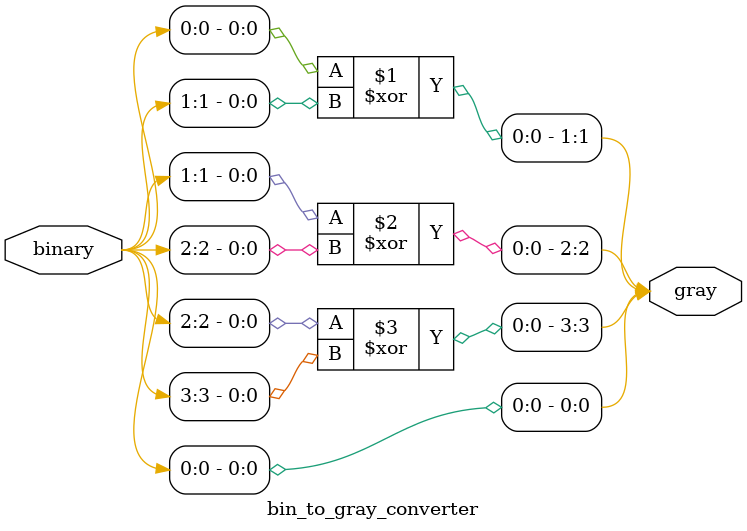
<source format=v>
module bin_to_gray_converter (
  input [3:0] binary,
  output [3:0] gray
);

  assign gray[0] = binary[0];
  assign gray[1] = binary[0] ^ binary[1];
  assign gray[2] = binary[1] ^ binary[2];
  assign gray[3] = binary[2] ^ binary[3];

endmodule

</source>
